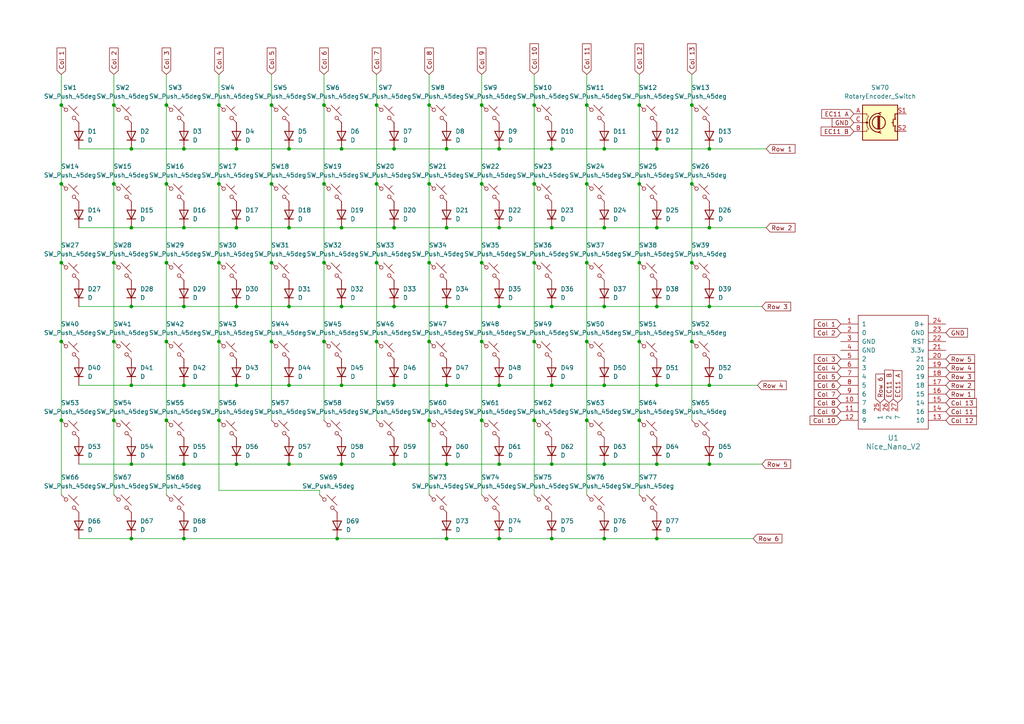
<source format=kicad_sch>
(kicad_sch (version 20231120) (generator "eeschema") (generator_version "8.0")
  (paper "A4")
  (junction (at 200.66 99.06))
  (junction (at 139.7 99.06))
  (junction (at 114.3 66.04))
  (junction (at 93.98 76.2))
  (junction (at 185.42 76.2))
  (junction (at 124.46 53.34))
  (junction (at 17.78 121.92))
  (junction (at 129.54 156.21))
  (junction (at 53.34 156.21))
  (junction (at 139.7 76.2))
  (junction (at 48.26 121.92))
  (junction (at 99.06 66.04))
  (junction (at 175.26 111.76))
  (junction (at 190.5 156.21))
  (junction (at 154.94 30.48))
  (junction (at 170.18 76.2))
  (junction (at 78.74 76.2))
  (junction (at 170.18 53.34))
  (junction (at 144.78 156.21))
  (junction (at 154.94 76.2))
  (junction (at 170.18 121.92))
  (junction (at 99.06 88.9))
  (junction (at 83.82 43.18))
  (junction (at 185.42 121.92))
  (junction (at 53.34 88.9))
  (junction (at 63.5 53.34))
  (junction (at 205.74 88.9))
  (junction (at 17.78 30.48))
  (junction (at 109.22 99.06))
  (junction (at 190.5 88.9))
  (junction (at 33.02 76.2))
  (junction (at 144.78 134.62))
  (junction (at 63.5 99.06))
  (junction (at 114.3 43.18))
  (junction (at 129.54 134.62))
  (junction (at 190.5 43.18))
  (junction (at 33.02 99.06))
  (junction (at 63.5 76.2))
  (junction (at 185.42 30.48))
  (junction (at 175.26 156.21))
  (junction (at 175.26 134.62))
  (junction (at 160.02 111.76))
  (junction (at 160.02 88.9))
  (junction (at 114.3 88.9))
  (junction (at 68.58 43.18))
  (junction (at 33.02 30.48))
  (junction (at 68.58 134.62))
  (junction (at 68.58 66.04))
  (junction (at 200.66 76.2))
  (junction (at 38.1 156.21))
  (junction (at 144.78 66.04))
  (junction (at 170.18 30.48))
  (junction (at 139.7 30.48))
  (junction (at 109.22 30.48))
  (junction (at 124.46 30.48))
  (junction (at 114.3 134.62))
  (junction (at 17.78 53.34))
  (junction (at 124.46 76.2))
  (junction (at 68.58 111.76))
  (junction (at 53.34 111.76))
  (junction (at 160.02 156.21))
  (junction (at 205.74 43.18))
  (junction (at 53.34 66.04))
  (junction (at 160.02 134.62))
  (junction (at 38.1 88.9))
  (junction (at 93.98 53.34))
  (junction (at 99.06 43.18))
  (junction (at 175.26 43.18))
  (junction (at 175.26 66.04))
  (junction (at 190.5 111.76))
  (junction (at 33.02 53.34))
  (junction (at 200.66 30.48))
  (junction (at 129.54 66.04))
  (junction (at 139.7 53.34))
  (junction (at 48.26 76.2))
  (junction (at 93.98 30.48))
  (junction (at 114.3 111.76))
  (junction (at 83.82 66.04))
  (junction (at 99.06 134.62))
  (junction (at 190.5 134.62))
  (junction (at 68.58 88.9))
  (junction (at 190.5 66.04))
  (junction (at 129.54 111.76))
  (junction (at 38.1 134.62))
  (junction (at 205.74 66.04))
  (junction (at 33.02 121.92))
  (junction (at 124.46 99.06))
  (junction (at 63.5 121.92))
  (junction (at 93.98 99.06))
  (junction (at 109.22 53.34))
  (junction (at 17.78 99.06))
  (junction (at 38.1 66.04))
  (junction (at 53.34 43.18))
  (junction (at 83.82 134.62))
  (junction (at 129.54 43.18))
  (junction (at 53.34 134.62))
  (junction (at 78.74 30.48))
  (junction (at 154.94 99.06))
  (junction (at 160.02 43.18))
  (junction (at 144.78 88.9))
  (junction (at 170.18 99.06))
  (junction (at 154.94 121.92))
  (junction (at 139.7 121.92))
  (junction (at 185.42 99.06))
  (junction (at 144.78 43.18))
  (junction (at 83.82 111.76))
  (junction (at 144.78 111.76))
  (junction (at 17.78 76.2))
  (junction (at 78.74 53.34))
  (junction (at 160.02 66.04))
  (junction (at 48.26 30.48))
  (junction (at 205.74 111.76))
  (junction (at 99.06 111.76))
  (junction (at 48.26 53.34))
  (junction (at 48.26 99.06))
  (junction (at 185.42 53.34))
  (junction (at 175.26 88.9))
  (junction (at 63.5 30.48))
  (junction (at 97.79 156.21))
  (junction (at 124.46 121.92))
  (junction (at 200.66 53.34))
  (junction (at 78.74 99.06))
  (junction (at 83.82 88.9))
  (junction (at 38.1 43.18))
  (junction (at 129.54 88.9))
  (junction (at 205.74 134.62))
  (junction (at 109.22 76.2))
  (junction (at 38.1 111.76))
  (junction (at 154.94 53.34))
  (wire (pts (xy 68.58 134.62) (xy 83.82 134.62)))
  (wire (pts (xy 109.22 99.06) (xy 109.22 121.92)))
  (wire (pts (xy 53.34 111.76) (xy 68.58 111.76)))
  (wire (pts (xy 63.5 99.06) (xy 63.5 121.92)))
  (wire (pts (xy 38.1 88.9) (xy 53.34 88.9)))
  (wire (pts (xy 160.02 88.9) (xy 175.26 88.9)))
  (wire (pts (xy 190.5 111.76) (xy 205.74 111.76)))
  (wire (pts (xy 175.26 111.76) (xy 190.5 111.76)))
  (wire (pts (xy 99.06 88.9) (xy 114.3 88.9)))
  (wire (pts (xy 48.26 99.06) (xy 48.26 121.92)))
  (wire (pts (xy 175.26 134.62) (xy 190.5 134.62)))
  (wire (pts (xy 129.54 66.04) (xy 144.78 66.04)))
  (wire (pts (xy 53.34 134.62) (xy 68.58 134.62)))
  (wire (pts (xy 205.74 134.62) (xy 220.98 134.62)))
  (wire (pts (xy 185.42 30.48) (xy 185.42 53.34)))
  (wire (pts (xy 99.06 43.18) (xy 114.3 43.18)))
  (wire (pts (xy 114.3 111.76) (xy 129.54 111.76)))
  (wire (pts (xy 185.42 21.59) (xy 185.42 30.48)))
  (wire (pts (xy 38.1 111.76) (xy 53.34 111.76)))
  (wire (pts (xy 33.02 30.48) (xy 33.02 53.34)))
  (wire (pts (xy 38.1 43.18) (xy 53.34 43.18)))
  (wire (pts (xy 124.46 53.34) (xy 124.46 76.2)))
  (wire (pts (xy 129.54 88.9) (xy 144.78 88.9)))
  (wire (pts (xy 154.94 76.2) (xy 154.94 99.06)))
  (wire (pts (xy 139.7 121.92) (xy 139.7 143.51)))
  (wire (pts (xy 68.58 43.18) (xy 83.82 43.18)))
  (wire (pts (xy 53.34 43.18) (xy 68.58 43.18)))
  (wire (pts (xy 17.78 53.34) (xy 17.78 76.2)))
  (wire (pts (xy 38.1 156.21) (xy 53.34 156.21)))
  (wire (pts (xy 144.78 66.04) (xy 160.02 66.04)))
  (wire (pts (xy 170.18 99.06) (xy 170.18 121.92)))
  (wire (pts (xy 33.02 21.59) (xy 33.02 30.48)))
  (wire (pts (xy 53.34 88.9) (xy 68.58 88.9)))
  (wire (pts (xy 160.02 66.04) (xy 175.26 66.04)))
  (wire (pts (xy 124.46 76.2) (xy 124.46 99.06)))
  (wire (pts (xy 53.34 66.04) (xy 68.58 66.04)))
  (wire (pts (xy 48.26 21.59) (xy 48.26 30.48)))
  (wire (pts (xy 175.26 66.04) (xy 190.5 66.04)))
  (wire (pts (xy 175.26 156.21) (xy 190.5 156.21)))
  (wire (pts (xy 99.06 111.76) (xy 114.3 111.76)))
  (wire (pts (xy 17.78 30.48) (xy 17.78 53.34)))
  (wire (pts (xy 93.98 99.06) (xy 93.98 121.92)))
  (wire (pts (xy 93.98 30.48) (xy 93.98 53.34)))
  (wire (pts (xy 78.74 99.06) (xy 78.74 121.92)))
  (wire (pts (xy 200.66 99.06) (xy 200.66 121.92)))
  (wire (pts (xy 160.02 156.21) (xy 175.26 156.21)))
  (wire (pts (xy 129.54 156.21) (xy 144.78 156.21)))
  (wire (pts (xy 185.42 53.34) (xy 185.42 76.2)))
  (wire (pts (xy 190.5 156.21) (xy 218.44 156.21)))
  (wire (pts (xy 139.7 53.34) (xy 139.7 76.2)))
  (wire (pts (xy 154.94 121.92) (xy 154.94 143.51)))
  (wire (pts (xy 109.22 53.34) (xy 109.22 76.2)))
  (wire (pts (xy 144.78 43.18) (xy 160.02 43.18)))
  (wire (pts (xy 190.5 88.9) (xy 205.74 88.9)))
  (wire (pts (xy 22.86 134.62) (xy 38.1 134.62)))
  (wire (pts (xy 92.71 142.24) (xy 92.71 143.51)))
  (wire (pts (xy 48.26 53.34) (xy 48.26 76.2)))
  (wire (pts (xy 170.18 76.2) (xy 170.18 99.06)))
  (wire (pts (xy 17.78 99.06) (xy 17.78 121.92)))
  (wire (pts (xy 200.66 21.59) (xy 200.66 30.48)))
  (wire (pts (xy 78.74 76.2) (xy 78.74 99.06)))
  (wire (pts (xy 200.66 30.48) (xy 200.66 53.34)))
  (wire (pts (xy 22.86 66.04) (xy 38.1 66.04)))
  (wire (pts (xy 63.5 142.24) (xy 63.5 121.92)))
  (wire (pts (xy 124.46 21.59) (xy 124.46 30.48)))
  (wire (pts (xy 139.7 21.59) (xy 139.7 30.48)))
  (wire (pts (xy 83.82 134.62) (xy 99.06 134.62)))
  (wire (pts (xy 99.06 134.62) (xy 114.3 134.62)))
  (wire (pts (xy 160.02 43.18) (xy 175.26 43.18)))
  (wire (pts (xy 160.02 111.76) (xy 175.26 111.76)))
  (wire (pts (xy 63.5 76.2) (xy 63.5 99.06)))
  (wire (pts (xy 92.71 142.24) (xy 63.5 142.24)))
  (wire (pts (xy 205.74 66.04) (xy 222.25 66.04)))
  (wire (pts (xy 175.26 88.9) (xy 190.5 88.9)))
  (wire (pts (xy 144.78 156.21) (xy 160.02 156.21)))
  (wire (pts (xy 185.42 76.2) (xy 185.42 99.06)))
  (wire (pts (xy 190.5 43.18) (xy 205.74 43.18)))
  (wire (pts (xy 200.66 53.34) (xy 200.66 76.2)))
  (wire (pts (xy 68.58 88.9) (xy 83.82 88.9)))
  (wire (pts (xy 78.74 21.59) (xy 78.74 30.48)))
  (wire (pts (xy 48.26 30.48) (xy 48.26 53.34)))
  (wire (pts (xy 63.5 53.34) (xy 63.5 76.2)))
  (wire (pts (xy 160.02 134.62) (xy 175.26 134.62)))
  (wire (pts (xy 22.86 111.76) (xy 38.1 111.76)))
  (wire (pts (xy 114.3 88.9) (xy 129.54 88.9)))
  (wire (pts (xy 93.98 21.59) (xy 93.98 30.48)))
  (wire (pts (xy 83.82 66.04) (xy 99.06 66.04)))
  (wire (pts (xy 170.18 121.92) (xy 170.18 143.51)))
  (wire (pts (xy 22.86 88.9) (xy 38.1 88.9)))
  (wire (pts (xy 205.74 43.18) (xy 222.25 43.18)))
  (wire (pts (xy 83.82 43.18) (xy 99.06 43.18)))
  (wire (pts (xy 109.22 76.2) (xy 109.22 99.06)))
  (wire (pts (xy 129.54 134.62) (xy 144.78 134.62)))
  (wire (pts (xy 17.78 21.59) (xy 17.78 30.48)))
  (wire (pts (xy 170.18 53.34) (xy 170.18 76.2)))
  (wire (pts (xy 48.26 121.92) (xy 48.26 143.51)))
  (wire (pts (xy 33.02 76.2) (xy 33.02 99.06)))
  (wire (pts (xy 114.3 43.18) (xy 129.54 43.18)))
  (wire (pts (xy 154.94 21.59) (xy 154.94 30.48)))
  (wire (pts (xy 17.78 76.2) (xy 17.78 99.06)))
  (wire (pts (xy 68.58 111.76) (xy 83.82 111.76)))
  (wire (pts (xy 93.98 76.2) (xy 93.98 99.06)))
  (wire (pts (xy 109.22 21.59) (xy 109.22 30.48)))
  (wire (pts (xy 200.66 76.2) (xy 200.66 99.06)))
  (wire (pts (xy 114.3 66.04) (xy 129.54 66.04)))
  (wire (pts (xy 144.78 134.62) (xy 160.02 134.62)))
  (wire (pts (xy 124.46 99.06) (xy 124.46 121.92)))
  (wire (pts (xy 144.78 88.9) (xy 160.02 88.9)))
  (wire (pts (xy 93.98 53.34) (xy 93.98 76.2)))
  (wire (pts (xy 129.54 111.76) (xy 144.78 111.76)))
  (wire (pts (xy 38.1 134.62) (xy 53.34 134.62)))
  (wire (pts (xy 205.74 111.76) (xy 219.71 111.76)))
  (wire (pts (xy 124.46 30.48) (xy 124.46 53.34)))
  (wire (pts (xy 154.94 99.06) (xy 154.94 121.92)))
  (wire (pts (xy 190.5 66.04) (xy 205.74 66.04)))
  (wire (pts (xy 114.3 134.62) (xy 129.54 134.62)))
  (wire (pts (xy 97.79 156.21) (xy 129.54 156.21)))
  (wire (pts (xy 22.86 43.18) (xy 38.1 43.18)))
  (wire (pts (xy 170.18 21.59) (xy 170.18 30.48)))
  (wire (pts (xy 185.42 121.92) (xy 185.42 143.51)))
  (wire (pts (xy 53.34 156.21) (xy 97.79 156.21)))
  (wire (pts (xy 175.26 43.18) (xy 190.5 43.18)))
  (wire (pts (xy 205.74 88.9) (xy 220.98 88.9)))
  (wire (pts (xy 17.78 121.92) (xy 17.78 143.51)))
  (wire (pts (xy 63.5 21.59) (xy 63.5 30.48)))
  (wire (pts (xy 139.7 99.06) (xy 139.7 121.92)))
  (wire (pts (xy 48.26 76.2) (xy 48.26 99.06)))
  (wire (pts (xy 83.82 88.9) (xy 99.06 88.9)))
  (wire (pts (xy 63.5 30.48) (xy 63.5 53.34)))
  (wire (pts (xy 129.54 43.18) (xy 144.78 43.18)))
  (wire (pts (xy 38.1 66.04) (xy 53.34 66.04)))
  (wire (pts (xy 139.7 30.48) (xy 139.7 53.34)))
  (wire (pts (xy 144.78 111.76) (xy 160.02 111.76)))
  (wire (pts (xy 33.02 99.06) (xy 33.02 121.92)))
  (wire (pts (xy 170.18 30.48) (xy 170.18 53.34)))
  (wire (pts (xy 190.5 134.62) (xy 205.74 134.62)))
  (wire (pts (xy 68.58 66.04) (xy 83.82 66.04)))
  (wire (pts (xy 78.74 30.48) (xy 78.74 53.34)))
  (wire (pts (xy 99.06 66.04) (xy 114.3 66.04)))
  (wire (pts (xy 22.86 156.21) (xy 38.1 156.21)))
  (wire (pts (xy 139.7 76.2) (xy 139.7 99.06)))
  (wire (pts (xy 185.42 99.06) (xy 185.42 121.92)))
  (wire (pts (xy 33.02 53.34) (xy 33.02 76.2)))
  (wire (pts (xy 78.74 53.34) (xy 78.74 76.2)))
  (wire (pts (xy 154.94 30.48) (xy 154.94 53.34)))
  (wire (pts (xy 154.94 53.34) (xy 154.94 76.2)))
  (wire (pts (xy 83.82 111.76) (xy 99.06 111.76)))
  (wire (pts (xy 109.22 30.48) (xy 109.22 53.34)))
  (wire (pts (xy 33.02 121.92) (xy 33.02 143.51)))
  (wire (pts (xy 124.46 121.92) (xy 124.46 143.51)))
  (global_label "Col 2" (shape input) (at 33.02 21.59 90) (property "Intersheetrefs" "${INTERSHEET_REFS}" (effects (hide yes))))
  (global_label "Col 6" (shape input) (at 243.84 111.76 180) (property "Intersheetrefs" "${INTERSHEET_REFS}" (effects (hide yes))))
  (global_label "Col 4" (shape input) (at 243.84 106.68 180) (property "Intersheetrefs" "${INTERSHEET_REFS}" (effects (hide yes))))
  (global_label "Col 1" (shape input) (at 243.84 93.98 180) (property "Intersheetrefs" "${INTERSHEET_REFS}" (effects (hide yes))))
  (global_label "Row 5" (shape input) (at 220.98 134.62 0) (property "Intersheetrefs" "${INTERSHEET_REFS}" (effects (hide yes))))
  (global_label "Row 2" (shape input) (at 222.25 66.04 0) (property "Intersheetrefs" "${INTERSHEET_REFS}" (effects (hide yes))))
  (global_label "GND" (shape input) (at 247.65 35.56 180) (property "Intersheetrefs" "${INTERSHEET_REFS}" (effects (hide yes))))
  (global_label "Row 4" (shape input) (at 274.32 106.68 0) (property "Intersheetrefs" "${INTERSHEET_REFS}" (effects (hide yes))))
  (global_label "Col 6" (shape input) (at 93.98 21.59 90) (property "Intersheetrefs" "${INTERSHEET_REFS}" (effects (hide yes))))
  (global_label "Col 1" (shape input) (at 17.78 21.59 90) (property "Intersheetrefs" "${INTERSHEET_REFS}" (effects (hide yes))))
  (global_label "EC11 B" (shape input) (at 257.81 116.84 90) (property "Intersheetrefs" "${INTERSHEET_REFS}" (effects (hide yes))))
  (global_label "Col 11" (shape input) (at 170.18 21.59 90) (property "Intersheetrefs" "${INTERSHEET_REFS}" (effects (hide yes))))
  (global_label "Col 8" (shape input) (at 124.46 21.59 90) (property "Intersheetrefs" "${INTERSHEET_REFS}" (effects (hide yes))))
  (global_label "Row 6" (shape input) (at 218.44 156.21 0) (property "Intersheetrefs" "${INTERSHEET_REFS}" (effects (hide yes))))
  (global_label "Col 5" (shape input) (at 243.84 109.22 180) (property "Intersheetrefs" "${INTERSHEET_REFS}" (effects (hide yes))))
  (global_label "GND" (shape input) (at 274.32 96.52 0) (property "Intersheetrefs" "${INTERSHEET_REFS}" (effects (hide yes))))
  (global_label "Col 7" (shape input) (at 109.22 21.59 90) (property "Intersheetrefs" "${INTERSHEET_REFS}" (effects (hide yes))))
  (global_label "Row 6" (shape input) (at 255.27 116.84 90) (property "Intersheetrefs" "${INTERSHEET_REFS}" (effects (hide yes))))
  (global_label "Col 11" (shape input) (at 274.32 119.38 0) (property "Intersheetrefs" "${INTERSHEET_REFS}" (effects (hide yes))))
  (global_label "Col 10" (shape input) (at 243.84 121.92 180) (property "Intersheetrefs" "${INTERSHEET_REFS}" (effects (hide yes))))
  (global_label "Row 3" (shape input) (at 220.98 88.9 0) (property "Intersheetrefs" "${INTERSHEET_REFS}" (effects (hide yes))))
  (global_label "Row 3" (shape input) (at 274.32 109.22 0) (property "Intersheetrefs" "${INTERSHEET_REFS}" (effects (hide yes))))
  (global_label "Col 9" (shape input) (at 243.84 119.38 180) (property "Intersheetrefs" "${INTERSHEET_REFS}" (effects (hide yes))))
  (global_label "Col 8" (shape input) (at 243.84 116.84 180) (property "Intersheetrefs" "${INTERSHEET_REFS}" (effects (hide yes))))
  (global_label "Row 1" (shape input) (at 274.32 114.3 0) (property "Intersheetrefs" "${INTERSHEET_REFS}" (effects (hide yes))))
  (global_label "Col 3" (shape input) (at 243.84 104.14 180) (property "Intersheetrefs" "${INTERSHEET_REFS}" (effects (hide yes))))
  (global_label "Col 4" (shape input) (at 63.5 21.59 90) (property "Intersheetrefs" "${INTERSHEET_REFS}" (effects (hide yes))))
  (global_label "Col 10" (shape input) (at 154.94 21.59 90) (property "Intersheetrefs" "${INTERSHEET_REFS}" (effects (hide yes))))
  (global_label "Row 2" (shape input) (at 274.32 111.76 0) (property "Intersheetrefs" "${INTERSHEET_REFS}" (effects (hide yes))))
  (global_label "Row 1" (shape input) (at 222.25 43.18 0) (property "Intersheetrefs" "${INTERSHEET_REFS}" (effects (hide yes))))
  (global_label "EC11 A" (shape input) (at 247.65 33.02 180) (property "Intersheetrefs" "${INTERSHEET_REFS}" (effects (hide yes))))
  (global_label "Col 12" (shape input) (at 185.42 21.59 90) (property "Intersheetrefs" "${INTERSHEET_REFS}" (effects (hide yes))))
  (global_label "Col 3" (shape input) (at 48.26 21.59 90) (property "Intersheetrefs" "${INTERSHEET_REFS}" (effects (hide yes))))
  (global_label "EC11 A" (shape input) (at 260.35 116.84 90) (property "Intersheetrefs" "${INTERSHEET_REFS}" (effects (hide yes))))
  (global_label "Col 12" (shape input) (at 274.32 121.92 0) (property "Intersheetrefs" "${INTERSHEET_REFS}" (effects (hide yes))))
  (global_label "Col 9" (shape input) (at 139.7 21.59 90) (property "Intersheetrefs" "${INTERSHEET_REFS}" (effects (hide yes))))
  (global_label "Col 2" (shape input) (at 243.84 96.52 180) (property "Intersheetrefs" "${INTERSHEET_REFS}" (effects (hide yes))))
  (global_label "EC11 B" (shape input) (at 247.65 38.1 180) (property "Intersheetrefs" "${INTERSHEET_REFS}" (effects (hide yes))))
  (global_label "Row 5" (shape input) (at 274.32 104.14 0) (property "Intersheetrefs" "${INTERSHEET_REFS}" (effects (hide yes))))
  (global_label "Col 5" (shape input) (at 78.74 21.59 90) (property "Intersheetrefs" "${INTERSHEET_REFS}" (effects (hide yes))))
  (global_label "Col 13" (shape input) (at 274.32 116.84 0) (property "Intersheetrefs" "${INTERSHEET_REFS}" (effects (hide yes))))
  (global_label "Row 4" (shape input) (at 219.71 111.76 0) (property "Intersheetrefs" "${INTERSHEET_REFS}" (effects (hide yes))))
  (global_label "Col 7" (shape input) (at 243.84 114.3 180) (property "Intersheetrefs" "${INTERSHEET_REFS}" (effects (hide yes))))
  (global_label "Col 13" (shape input) (at 200.66 21.59 90) (property "Intersheetrefs" "${INTERSHEET_REFS}" (effects (hide yes))))
  (symbol (lib_id "Device:D") (at 38.1 107.95 90) (unit 1)
    (property "Reference" "D41" (at 40.64 106.6799 90) (effects (justify right)))
    (property "Value" "D" (at 40.64 109.2199 90) (effects (justify right)))
    (property "Footprint" "Diode_SMD:D_SOD-123" (effects (hide yes)))
    (property "Description" "Diode" (effects (hide yes)))
    (property "Sim.Device" "D" (effects (hide yes)))
    (property "Sim.Pins" "1=K 2=A" (effects (hide yes)))
  )
  (symbol (lib_id "Switch:SW_Push_45deg") (at 50.8 33.02 0) (unit 1)
    (property "Reference" "SW3" (at 50.8 25.4 0))
    (property "Value" "SW_Push_45deg" (at 50.8 27.94 0))
    (property "Footprint" "ScottoKeebs_MX:MX_PCB_1.00u" (effects (hide yes)))
    (property "Description" "Push button switch, normally open, two pins, 45° tilted" (effects (hide yes)))
  )
  (symbol (lib_id "Switch:SW_Push_45deg") (at 187.96 124.46 0) (unit 1)
    (property "Reference" "SW64" (at 187.96 116.84 0))
    (property "Value" "SW_Push_45deg" (at 187.96 119.38 0))
    (property "Footprint" "ScottoKeebs_MX:MX_PCB_2.25u" (effects (hide yes)))
    (property "Description" "Push button switch, normally open, two pins, 45° tilted" (effects (hide yes)))
  )
  (symbol (lib_id "Device:D") (at 114.3 107.95 90) (unit 1)
    (property "Reference" "D46" (at 116.84 106.6799 90) (effects (justify right)))
    (property "Value" "D" (at 116.84 109.2199 90) (effects (justify right)))
    (property "Footprint" "Diode_SMD:D_SOD-123" (effects (hide yes)))
    (property "Description" "Diode" (effects (hide yes)))
    (property "Sim.Device" "D" (effects (hide yes)))
    (property "Sim.Pins" "1=K 2=A" (effects (hide yes)))
  )
  (symbol (lib_id "Device:D") (at 175.26 130.81 90) (unit 1)
    (property "Reference" "D63" (at 177.8 129.5399 90) (effects (justify right)))
    (property "Value" "D" (at 177.8 132.0799 90) (effects (justify right)))
    (property "Footprint" "Diode_SMD:D_SOD-123" (effects (hide yes)))
    (property "Description" "Diode" (effects (hide yes)))
    (property "Sim.Device" "D" (effects (hide yes)))
    (property "Sim.Pins" "1=K 2=A" (effects (hide yes)))
  )
  (symbol (lib_id "Switch:SW_Push_45deg") (at 142.24 146.05 0) (unit 1)
    (property "Reference" "SW74" (at 142.24 138.43 0))
    (property "Value" "SW_Push_45deg" (at 142.24 140.97 0))
    (property "Footprint" "ScottoKeebs_MX:MX_PCB_1.25u" (effects (hide yes)))
    (property "Description" "Push button switch, normally open, two pins, 45° tilted" (effects (hide yes)))
  )
  (symbol (lib_id "Switch:SW_Push_45deg") (at 127 124.46 0) (unit 1)
    (property "Reference" "SW60" (at 127 116.84 0))
    (property "Value" "SW_Push_45deg" (at 127 119.38 0))
    (property "Footprint" "ScottoKeebs_MX:MX_PCB_1.00u" (effects (hide yes)))
    (property "Description" "Push button switch, normally open, two pins, 45° tilted" (effects (hide yes)))
  )
  (symbol (lib_id "Device:D") (at 53.34 107.95 90) (unit 1)
    (property "Reference" "D42" (at 55.88 106.6799 90) (effects (justify right)))
    (property "Value" "D" (at 55.88 109.2199 90) (effects (justify right)))
    (property "Footprint" "Diode_SMD:D_SOD-123" (effects (hide yes)))
    (property "Description" "Diode" (effects (hide yes)))
    (property "Sim.Device" "D" (effects (hide yes)))
    (property "Sim.Pins" "1=K 2=A" (effects (hide yes)))
  )
  (symbol (lib_id "Device:D") (at 38.1 39.37 90) (unit 1)
    (property "Reference" "D2" (at 40.64 38.0999 90) (effects (justify right)))
    (property "Value" "D" (at 40.64 40.6399 90) (effects (justify right)))
    (property "Footprint" "Diode_SMD:D_SOD-123" (effects (hide yes)))
    (property "Description" "Diode" (effects (hide yes)))
    (property "Sim.Device" "D" (effects (hide yes)))
    (property "Sim.Pins" "1=K 2=A" (effects (hide yes)))
  )
  (symbol (lib_id "Switch:SW_Push_45deg") (at 81.28 33.02 0) (unit 1)
    (property "Reference" "SW5" (at 81.28 25.4 0))
    (property "Value" "SW_Push_45deg" (at 81.28 27.94 0))
    (property "Footprint" "ScottoKeebs_MX:MX_PCB_1.00u" (effects (hide yes)))
    (property "Description" "Push button switch, normally open, two pins, 45° tilted" (effects (hide yes)))
  )
  (symbol (lib_id "Switch:SW_Push_45deg") (at 127 55.88 0) (unit 1)
    (property "Reference" "SW21" (at 127 48.26 0))
    (property "Value" "SW_Push_45deg" (at 127 50.8 0))
    (property "Footprint" "ScottoKeebs_MX:MX_PCB_1.00u" (effects (hide yes)))
    (property "Description" "Push button switch, normally open, two pins, 45° tilted" (effects (hide yes)))
  )
  (symbol (lib_id "Switch:SW_Push_45deg") (at 187.96 101.6 0) (unit 1)
    (property "Reference" "SW51" (at 187.96 93.98 0))
    (property "Value" "SW_Push_45deg" (at 187.96 96.52 0))
    (property "Footprint" "ScottoKeebs_MX:MX_PCB_1.00u" (effects (hide yes)))
    (property "Description" "Push button switch, normally open, two pins, 45° tilted" (effects (hide yes)))
  )
  (symbol (lib_id "Switch:SW_Push_45deg") (at 157.48 55.88 0) (unit 1)
    (property "Reference" "SW23" (at 157.48 48.26 0))
    (property "Value" "SW_Push_45deg" (at 157.48 50.8 0))
    (property "Footprint" "ScottoKeebs_MX:MX_PCB_1.00u" (effects (hide yes)))
    (property "Description" "Push button switch, normally open, two pins, 45° tilted" (effects (hide yes)))
  )
  (symbol (lib_id "Device:D") (at 68.58 39.37 90) (unit 1)
    (property "Reference" "D4" (at 71.12 38.0999 90) (effects (justify right)))
    (property "Value" "D" (at 71.12 40.6399 90) (effects (justify right)))
    (property "Footprint" "Diode_SMD:D_SOD-123" (effects (hide yes)))
    (property "Description" "Diode" (effects (hide yes)))
    (property "Sim.Device" "D" (effects (hide yes)))
    (property "Sim.Pins" "1=K 2=A" (effects (hide yes)))
  )
  (symbol (lib_id "Switch:SW_Push_45deg") (at 142.24 101.6 0) (unit 1)
    (property "Reference" "SW48" (at 142.24 93.98 0))
    (property "Value" "SW_Push_45deg" (at 142.24 96.52 0))
    (property "Footprint" "ScottoKeebs_MX:MX_PCB_1.00u" (effects (hide yes)))
    (property "Description" "Push button switch, normally open, two pins, 45° tilted" (effects (hide yes)))
  )
  (symbol (lib_id "Device:D") (at 99.06 62.23 90) (unit 1)
    (property "Reference" "D19" (at 101.6 60.9599 90) (effects (justify right)))
    (property "Value" "D" (at 101.6 63.4999 90) (effects (justify right)))
    (property "Footprint" "Diode_SMD:D_SOD-123" (effects (hide yes)))
    (property "Description" "Diode" (effects (hide yes)))
    (property "Sim.Device" "D" (effects (hide yes)))
    (property "Sim.Pins" "1=K 2=A" (effects (hide yes)))
  )
  (symbol (lib_id "Switch:SW_Push_45deg") (at 172.72 124.46 0) (unit 1)
    (property "Reference" "SW63" (at 172.72 116.84 0))
    (property "Value" "SW_Push_45deg" (at 172.72 119.38 0))
    (property "Footprint" "ScottoKeebs_MX:MX_PCB_1.00u" (effects (hide yes)))
    (property "Description" "Push button switch, normally open, two pins, 45° tilted" (effects (hide yes)))
  )
  (symbol (lib_id "Device:D") (at 190.5 152.4 90) (unit 1)
    (property "Reference" "D77" (at 193.04 151.1299 90) (effects (justify right)))
    (property "Value" "D" (at 193.04 153.6699 90) (effects (justify right)))
    (property "Footprint" "Diode_SMD:D_SOD-123" (effects (hide yes)))
    (property "Description" "Diode" (effects (hide yes)))
    (property "Sim.Device" "D" (effects (hide yes)))
    (property "Sim.Pins" "1=K 2=A" (effects (hide yes)))
  )
  (symbol (lib_id "Switch:SW_Push_45deg") (at 50.8 101.6 0) (unit 1)
    (property "Reference" "SW42" (at 50.8 93.98 0))
    (property "Value" "SW_Push_45deg" (at 50.8 96.52 0))
    (property "Footprint" "ScottoKeebs_MX:MX_PCB_1.00u" (effects (hide yes)))
    (property "Description" "Push button switch, normally open, two pins, 45° tilted" (effects (hide yes)))
  )
  (symbol (lib_id "Device:D") (at 99.06 39.37 90) (unit 1)
    (property "Reference" "D6" (at 101.6 38.0999 90) (effects (justify right)))
    (property "Value" "D" (at 101.6 40.6399 90) (effects (justify right)))
    (property "Footprint" "Diode_SMD:D_SOD-123" (effects (hide yes)))
    (property "Description" "Diode" (effects (hide yes)))
    (property "Sim.Device" "D" (effects (hide yes)))
    (property "Sim.Pins" "1=K 2=A" (effects (hide yes)))
  )
  (symbol (lib_id "Switch:SW_Push_45deg") (at 127 33.02 0) (unit 1)
    (property "Reference" "SW8" (at 127 25.4 0))
    (property "Value" "SW_Push_45deg" (at 127 27.94 0))
    (property "Footprint" "ScottoKeebs_MX:MX_PCB_1.00u" (effects (hide yes)))
    (property "Description" "Push button switch, normally open, two pins, 45° tilted" (effects (hide yes)))
  )
  (symbol (lib_id "Device:D") (at 144.78 130.81 90) (unit 1)
    (property "Reference" "D61" (at 147.32 129.5399 90) (effects (justify right)))
    (property "Value" "D" (at 147.32 132.0799 90) (effects (justify right)))
    (property "Footprint" "Diode_SMD:D_SOD-123" (effects (hide yes)))
    (property "Description" "Diode" (effects (hide yes)))
    (property "Sim.Device" "D" (effects (hide yes)))
    (property "Sim.Pins" "1=K 2=A" (effects (hide yes)))
  )
  (symbol (lib_id "Device:D") (at 129.54 39.37 90) (unit 1)
    (property "Reference" "D8" (at 132.08 38.0999 90) (effects (justify right)))
    (property "Value" "D" (at 132.08 40.6399 90) (effects (justify right)))
    (property "Footprint" "Diode_SMD:D_SOD-123" (effects (hide yes)))
    (property "Description" "Diode" (effects (hide yes)))
    (property "Sim.Device" "D" (effects (hide yes)))
    (property "Sim.Pins" "1=K 2=A" (effects (hide yes)))
  )
  (symbol (lib_id "Device:D") (at 175.26 152.4 90) (unit 1)
    (property "Reference" "D76" (at 177.8 151.1299 90) (effects (justify right)))
    (property "Value" "D" (at 177.8 153.6699 90) (effects (justify right)))
    (property "Footprint" "Diode_SMD:D_SOD-123" (effects (hide yes)))
    (property "Description" "Diode" (effects (hide yes)))
    (property "Sim.Device" "D" (effects (hide yes)))
    (property "Sim.Pins" "1=K 2=A" (effects (hide yes)))
  )
  (symbol (lib_id "Device:D") (at 114.3 39.37 90) (unit 1)
    (property "Reference" "D7" (at 116.84 38.0999 90) (effects (justify right)))
    (property "Value" "D" (at 116.84 40.6399 90) (effects (justify right)))
    (property "Footprint" "Diode_SMD:D_SOD-123" (effects (hide yes)))
    (property "Description" "Diode" (effects (hide yes)))
    (property "Sim.Device" "D" (effects (hide yes)))
    (property "Sim.Pins" "1=K 2=A" (effects (hide yes)))
  )
  (symbol (lib_id "Switch:SW_Push_45deg") (at 35.56 124.46 0) (unit 1)
    (property "Reference" "SW54" (at 35.56 116.84 0))
    (property "Value" "SW_Push_45deg" (at 35.56 119.38 0))
    (property "Footprint" "ScottoKeebs_MX:MX_PCB_1.00u" (effects (hide yes)))
    (property "Description" "Push button switch, normally open, two pins, 45° tilted" (effects (hide yes)))
  )
  (symbol (lib_id "Device:D") (at 53.34 62.23 90) (unit 1)
    (property "Reference" "D16" (at 55.88 60.9599 90) (effects (justify right)))
    (property "Value" "D" (at 55.88 63.4999 90) (effects (justify right)))
    (property "Footprint" "Diode_SMD:D_SOD-123" (effects (hide yes)))
    (property "Description" "Diode" (effects (hide yes)))
    (property "Sim.Device" "D" (effects (hide yes)))
    (property "Sim.Pins" "1=K 2=A" (effects (hide yes)))
  )
  (symbol (lib_id "Switch:SW_Push_45deg") (at 111.76 101.6 0) (unit 1)
    (property "Reference" "SW46" (at 111.76 93.98 0))
    (property "Value" "SW_Push_45deg" (at 111.76 96.52 0))
    (property "Footprint" "ScottoKeebs_MX:MX_PCB_1.00u" (effects (hide yes)))
    (property "Description" "Push button switch, normally open, two pins, 45° tilted" (effects (hide yes)))
  )
  (symbol (lib_id "Switch:SW_Push_45deg") (at 127 78.74 0) (unit 1)
    (property "Reference" "SW34" (at 127 71.12 0))
    (property "Value" "SW_Push_45deg" (at 127 73.66 0))
    (property "Footprint" "ScottoKeebs_MX:MX_PCB_1.00u" (effects (hide yes)))
    (property "Description" "Push button switch, normally open, two pins, 45° tilted" (effects (hide yes)))
  )
  (symbol (lib_id "Device:D") (at 175.26 62.23 90) (unit 1)
    (property "Reference" "D24" (at 177.8 60.9599 90) (effects (justify right)))
    (property "Value" "D" (at 177.8 63.4999 90) (effects (justify right)))
    (property "Footprint" "Diode_SMD:D_SOD-123" (effects (hide yes)))
    (property "Description" "Diode" (effects (hide yes)))
    (property "Sim.Device" "D" (effects (hide yes)))
    (property "Sim.Pins" "1=K 2=A" (effects (hide yes)))
  )
  (symbol (lib_id "Switch:SW_Push_45deg") (at 157.48 101.6 0) (unit 1)
    (property "Reference" "SW49" (at 157.48 93.98 0))
    (property "Value" "SW_Push_45deg" (at 157.48 96.52 0))
    (property "Footprint" "ScottoKeebs_MX:MX_PCB_1.00u" (effects (hide yes)))
    (property "Description" "Push button switch, normally open, two pins, 45° tilted" (effects (hide yes)))
  )
  (symbol (lib_id "Switch:SW_Push_45deg") (at 20.32 146.05 0) (unit 1)
    (property "Reference" "SW66" (at 20.32 138.43 0))
    (property "Value" "SW_Push_45deg" (at 20.32 140.97 0))
    (property "Footprint" "ScottoKeebs_MX:MX_PCB_1.25u" (effects (hide yes)))
    (property "Description" "Push button switch, normally open, two pins, 45° tilted" (effects (hide yes)))
  )
  (symbol (lib_id "Device:D") (at 144.78 107.95 90) (unit 1)
    (property "Reference" "D48" (at 147.32 106.6799 90) (effects (justify right)))
    (property "Value" "D" (at 147.32 109.2199 90) (effects (justify right)))
    (property "Footprint" "Diode_SMD:D_SOD-123" (effects (hide yes)))
    (property "Description" "Diode" (effects (hide yes)))
    (property "Sim.Device" "D" (effects (hide yes)))
    (property "Sim.Pins" "1=K 2=A" (effects (hide yes)))
  )
  (symbol (lib_id "Device:D") (at 53.34 152.4 90) (unit 1)
    (property "Reference" "D68" (at 55.88 151.1299 90) (effects (justify right)))
    (property "Value" "D" (at 55.88 153.6699 90) (effects (justify right)))
    (property "Footprint" "Diode_SMD:D_SOD-123" (effects (hide yes)))
    (property "Description" "Diode" (effects (hide yes)))
    (property "Sim.Device" "D" (effects (hide yes)))
    (property "Sim.Pins" "1=K 2=A" (effects (hide yes)))
  )
  (symbol (lib_id "Switch:SW_Push_45deg") (at 142.24 78.74 0) (unit 1)
    (property "Reference" "SW35" (at 142.24 71.12 0))
    (property "Value" "SW_Push_45deg" (at 142.24 73.66 0))
    (property "Footprint" "ScottoKeebs_MX:MX_PCB_1.00u" (effects (hide yes)))
    (property "Description" "Push button switch, normally open, two pins, 45° tilted" (effects (hide yes)))
  )
  (symbol (lib_id "Device:D") (at 175.26 107.95 90) (unit 1)
    (property "Reference" "D50" (at 177.8 106.6799 90) (effects (justify right)))
    (property "Value" "D" (at 177.8 109.2199 90) (effects (justify right)))
    (property "Footprint" "Diode_SMD:D_SOD-123" (effects (hide yes)))
    (property "Description" "Diode" (effects (hide yes)))
    (property "Sim.Device" "D" (effects (hide yes)))
    (property "Sim.Pins" "1=K 2=A" (effects (hide yes)))
  )
  (symbol (lib_id "Device:D") (at 205.74 85.09 90) (unit 1)
    (property "Reference" "D39" (at 208.28 83.8199 90) (effects (justify right)))
    (property "Value" "D" (at 208.28 86.3599 90) (effects (justify right)))
    (property "Footprint" "Diode_SMD:D_SOD-123" (effects (hide yes)))
    (property "Description" "Diode" (effects (hide yes)))
    (property "Sim.Device" "D" (effects (hide yes)))
    (property "Sim.Pins" "1=K 2=A" (effects (hide yes)))
  )
  (symbol (lib_id "Switch:SW_Push_45deg") (at 203.2 55.88 0) (unit 1)
    (property "Reference" "SW26" (at 203.2 48.26 0))
    (property "Value" "SW_Push_45deg" (at 203.2 50.8 0))
    (property "Footprint" "ScottoKeebs_MX:MX_PCB_1.00u" (effects (hide yes)))
    (property "Description" "Push button switch, normally open, two pins, 45° tilted" (effects (hide yes)))
  )
  (symbol (lib_id "Switch:SW_Push_45deg") (at 96.52 78.74 0) (unit 1)
    (property "Reference" "SW32" (at 96.52 71.12 0))
    (property "Value" "SW_Push_45deg" (at 96.52 73.66 0))
    (property "Footprint" "ScottoKeebs_MX:MX_PCB_1.00u" (effects (hide yes)))
    (property "Description" "Push button switch, normally open, two pins, 45° tilted" (effects (hide yes)))
  )
  (symbol (lib_id "Device:D") (at 114.3 130.81 90) (unit 1)
    (property "Reference" "D59" (at 116.84 129.5399 90) (effects (justify right)))
    (property "Value" "D" (at 116.84 132.0799 90) (effects (justify right)))
    (property "Footprint" "Diode_SMD:D_SOD-123" (effects (hide yes)))
    (property "Description" "Diode" (effects (hide yes)))
    (property "Sim.Device" "D" (effects (hide yes)))
    (property "Sim.Pins" "1=K 2=A" (effects (hide yes)))
  )
  (symbol (lib_id "Switch:SW_Push_45deg") (at 35.56 101.6 0) (unit 1)
    (property "Reference" "SW41" (at 35.56 93.98 0))
    (property "Value" "SW_Push_45deg" (at 35.56 96.52 0))
    (property "Footprint" "ScottoKeebs_MX:MX_PCB_1.00u" (effects (hide yes)))
    (property "Description" "Push button switch, normally open, two pins, 45° tilted" (effects (hide yes)))
  )
  (symbol (lib_id "Device:D") (at 83.82 107.95 90) (unit 1)
    (property "Reference" "D44" (at 86.36 106.6799 90) (effects (justify right)))
    (property "Value" "D" (at 86.36 109.2199 90) (effects (justify right)))
    (property "Footprint" "Diode_SMD:D_SOD-123" (effects (hide yes)))
    (property "Description" "Diode" (effects (hide yes)))
    (property "Sim.Device" "D" (effects (hide yes)))
    (property "Sim.Pins" "1=K 2=A" (effects (hide yes)))
  )
  (symbol (lib_id "Device:D") (at 83.82 85.09 90) (unit 1)
    (property "Reference" "D31" (at 86.36 83.8199 90) (effects (justify right)))
    (property "Value" "D" (at 86.36 86.3599 90) (effects (justify right)))
    (property "Footprint" "Diode_SMD:D_SOD-123" (effects (hide yes)))
    (property "Description" "Diode" (effects (hide yes)))
    (property "Sim.Device" "D" (effects (hide yes)))
    (property "Sim.Pins" "1=K 2=A" (effects (hide yes)))
  )
  (symbol (lib_id "Device:D") (at 68.58 107.95 90) (unit 1)
    (property "Reference" "D43" (at 71.12 106.6799 90) (effects (justify right)))
    (property "Value" "D" (at 71.12 109.2199 90) (effects (justify right)))
    (property "Footprint" "Diode_SMD:D_SOD-123" (effects (hide yes)))
    (property "Description" "Diode" (effects (hide yes)))
    (property "Sim.Device" "D" (effects (hide yes)))
    (property "Sim.Pins" "1=K 2=A" (effects (hide yes)))
  )
  (symbol (lib_id "Device:D") (at 53.34 39.37 90) (unit 1)
    (property "Reference" "D3" (at 55.88 38.0999 90) (effects (justify right)))
    (property "Value" "D" (at 55.88 40.6399 90) (effects (justify right)))
    (property "Footprint" "Diode_SMD:D_SOD-123" (effects (hide yes)))
    (property "Description" "Diode" (effects (hide yes)))
    (property "Sim.Device" "D" (effects (hide yes)))
    (property "Sim.Pins" "1=K 2=A" (effects (hide yes)))
  )
  (symbol (lib_id "Switch:SW_Push_45deg") (at 96.52 101.6 0) (unit 1)
    (property "Reference" "SW45" (at 96.52 93.98 0))
    (property "Value" "SW_Push_45deg" (at 96.52 96.52 0))
    (property "Footprint" "ScottoKeebs_MX:MX_PCB_1.00u" (effects (hide yes)))
    (property "Description" "Push button switch, normally open, two pins, 45° tilted" (effects (hide yes)))
  )
  (symbol (lib_id "Switch:SW_Push_45deg") (at 35.56 33.02 0) (unit 1)
    (property "Reference" "SW2" (at 35.56 25.4 0))
    (property "Value" "SW_Push_45deg" (at 35.56 27.94 0))
    (property "Footprint" "ScottoKeebs_MX:MX_PCB_1.00u" (effects (hide yes)))
    (property "Description" "Push button switch, normally open, two pins, 45° tilted" (effects (hide yes)))
  )
  (symbol (lib_id "Switch:SW_Push_45deg") (at 50.8 55.88 0) (unit 1)
    (property "Reference" "SW16" (at 50.8 48.26 0))
    (property "Value" "SW_Push_45deg" (at 50.8 50.8 0))
    (property "Footprint" "ScottoKeebs_MX:MX_PCB_1.00u" (effects (hide yes)))
    (property "Description" "Push button switch, normally open, two pins, 45° tilted" (effects (hide yes)))
  )
  (symbol (lib_id "Switch:SW_Push_45deg") (at 66.04 78.74 0) (unit 1)
    (property "Reference" "SW30" (at 66.04 71.12 0))
    (property "Value" "SW_Push_45deg" (at 66.04 73.66 0))
    (property "Footprint" "ScottoKeebs_MX:MX_PCB_1.00u" (effects (hide yes)))
    (property "Description" "Push button switch, normally open, two pins, 45° tilted" (effects (hide yes)))
  )
  (symbol (lib_id "Switch:SW_Push_45deg") (at 81.28 55.88 0) (unit 1)
    (property "Reference" "SW18" (at 81.28 48.26 0))
    (property "Value" "SW_Push_45deg" (at 81.28 50.8 0))
    (property "Footprint" "ScottoKeebs_MX:MX_PCB_1.00u" (effects (hide yes)))
    (property "Description" "Push button switch, normally open, two pins, 45° tilted" (effects (hide yes)))
  )
  (symbol (lib_id "Device:D") (at 22.86 130.81 90) (unit 1)
    (property "Reference" "D53" (at 25.4 129.5399 90) (effects (justify right)))
    (property "Value" "D" (at 25.4 132.0799 90) (effects (justify right)))
    (property "Footprint" "Diode_SMD:D_SOD-123" (effects (hide yes)))
    (property "Description" "Diode" (effects (hide yes)))
    (property "Sim.Device" "D" (effects (hide yes)))
    (property "Sim.Pins" "1=K 2=A" (effects (hide yes)))
  )
  (symbol (lib_id "Device:D") (at 114.3 85.09 90) (unit 1)
    (property "Reference" "D33" (at 116.84 83.8199 90) (effects (justify right)))
    (property "Value" "D" (at 116.84 86.3599 90) (effects (justify right)))
    (property "Footprint" "Diode_SMD:D_SOD-123" (effects (hide yes)))
    (property "Description" "Diode" (effects (hide yes)))
    (property "Sim.Device" "D" (effects (hide yes)))
    (property "Sim.Pins" "1=K 2=A" (effects (hide yes)))
  )
  (symbol (lib_id "Device:D") (at 205.74 107.95 90) (unit 1)
    (property "Reference" "D52" (at 208.28 106.6799 90) (effects (justify right)))
    (property "Value" "D" (at 208.28 109.2199 90) (effects (justify right)))
    (property "Footprint" "Diode_SMD:D_SOD-123" (effects (hide yes)))
    (property "Description" "Diode" (effects (hide yes)))
    (property "Sim.Device" "D" (effects (hide yes)))
    (property "Sim.Pins" "1=K 2=A" (effects (hide yes)))
  )
  (symbol (lib_id "Device:D") (at 144.78 62.23 90) (unit 1)
    (property "Reference" "D22" (at 147.32 60.9599 90) (effects (justify right)))
    (property "Value" "D" (at 147.32 63.4999 90) (effects (justify right)))
    (property "Footprint" "Diode_SMD:D_SOD-123" (effects (hide yes)))
    (property "Description" "Diode" (effects (hide yes)))
    (property "Sim.Device" "D" (effects (hide yes)))
    (property "Sim.Pins" "1=K 2=A" (effects (hide yes)))
  )
  (symbol (lib_id "Device:D") (at 129.54 152.4 90) (unit 1)
    (property "Reference" "D73" (at 132.08 151.1299 90) (effects (justify right)))
    (property "Value" "D" (at 132.08 153.6699 90) (effects (justify right)))
    (property "Footprint" "Diode_SMD:D_SOD-123" (effects (hide yes)))
    (property "Description" "Diode" (effects (hide yes)))
    (property "Sim.Device" "D" (effects (hide yes)))
    (property "Sim.Pins" "1=K 2=A" (effects (hide yes)))
  )
  (symbol (lib_id "Device:D") (at 160.02 130.81 90) (unit 1)
    (property "Reference" "D62" (at 162.56 129.5399 90) (effects (justify right)))
    (property "Value" "D" (at 162.56 132.0799 90) (effects (justify right)))
    (property "Footprint" "Diode_SMD:D_SOD-123" (effects (hide yes)))
    (property "Description" "Diode" (effects (hide yes)))
    (property "Sim.Device" "D" (effects (hide yes)))
    (property "Sim.Pins" "1=K 2=A" (effects (hide yes)))
  )
  (symbol (lib_id "Device:D") (at 99.06 107.95 90) (unit 1)
    (property "Reference" "D45" (at 101.6 106.6799 90) (effects (justify right)))
    (property "Value" "D" (at 101.6 109.2199 90) (effects (justify right)))
    (property "Footprint" "Diode_SMD:D_SOD-123" (effects (hide yes)))
    (property "Description" "Diode" (effects (hide yes)))
    (property "Sim.Device" "D" (effects (hide yes)))
    (property "Sim.Pins" "1=K 2=A" (effects (hide yes)))
  )
  (symbol (lib_id "Device:D") (at 190.5 85.09 90) (unit 1)
    (property "Reference" "D38" (at 193.04 83.8199 90) (effects (justify right)))
    (property "Value" "D" (at 193.04 86.3599 90) (effects (justify right)))
    (property "Footprint" "Diode_SMD:D_SOD-123" (effects (hide yes)))
    (property "Description" "Diode" (effects (hide yes)))
    (property "Sim.Device" "D" (effects (hide yes)))
    (property "Sim.Pins" "1=K 2=A" (effects (hide yes)))
  )
  (symbol (lib_id "Switch:SW_Push_45deg") (at 142.24 124.46 0) (unit 1)
    (property "Reference" "SW61" (at 142.24 116.84 0))
    (property "Value" "SW_Push_45deg" (at 142.24 119.38 0))
    (property "Footprint" "ScottoKeebs_MX:MX_PCB_1.00u" (effects (hide yes)))
    (property "Description" "Push button switch, normally open, two pins, 45° tilted" (effects (hide yes)))
  )
  (symbol (lib_id "Device:D") (at 22.86 152.4 90) (unit 1)
    (property "Reference" "D66" (at 25.4 151.1299 90) (effects (justify right)))
    (property "Value" "D" (at 25.4 153.6699 90) (effects (justify right)))
    (property "Footprint" "Diode_SMD:D_SOD-123" (effects (hide yes)))
    (property "Description" "Diode" (effects (hide yes)))
    (property "Sim.Device" "D" (effects (hide yes)))
    (property "Sim.Pins" "1=K 2=A" (effects (hide yes)))
  )
  (symbol (lib_id "Device:D") (at 83.82 39.37 90) (unit 1)
    (property "Reference" "D5" (at 86.36 38.0999 90) (effects (justify right)))
    (property "Value" "D" (at 86.36 40.6399 90) (effects (justify right)))
    (property "Footprint" "Diode_SMD:D_SOD-123" (effects (hide yes)))
    (property "Description" "Diode" (effects (hide yes)))
    (property "Sim.Device" "D" (effects (hide yes)))
    (property "Sim.Pins" "1=K 2=A" (effects (hide yes)))
  )
  (symbol (lib_id "Device:D") (at 160.02 85.09 90) (unit 1)
    (property "Reference" "D36" (at 162.56 83.8199 90) (effects (justify right)))
    (property "Value" "D" (at 162.56 86.3599 90) (effects (justify right)))
    (property "Footprint" "Diode_SMD:D_SOD-123" (effects (hide yes)))
    (property "Description" "Diode" (effects (hide yes)))
    (property "Sim.Device" "D" (effects (hide yes)))
    (property "Sim.Pins" "1=K 2=A" (effects (hide yes)))
  )
  (symbol (lib_id "Switch:SW_Push_45deg") (at 81.28 101.6 0) (unit 1)
    (property "Reference" "SW44" (at 81.28 93.98 0))
    (property "Value" "SW_Push_45deg" (at 81.28 96.52 0))
    (property "Footprint" "ScottoKeebs_MX:MX_PCB_1.00u" (effects (hide yes)))
    (property "Description" "Push button switch, normally open, two pins, 45° tilted" (effects (hide yes)))
  )
  (symbol (lib_id "Device:D") (at 53.34 85.09 90) (unit 1)
    (property "Reference" "D29" (at 55.88 83.8199 90) (effects (justify right)))
    (property "Value" "D" (at 55.88 86.3599 90) (effects (justify right)))
    (property "Footprint" "Diode_SMD:D_SOD-123" (effects (hide yes)))
    (property "Description" "Diode" (effects (hide yes)))
    (property "Sim.Device" "D" (effects (hide yes)))
    (property "Sim.Pins" "1=K 2=A" (effects (hide yes)))
  )
  (symbol (lib_id "Switch:SW_Push_45deg") (at 187.96 78.74 0) (unit 1)
    (property "Reference" "SW38" (at 187.96 71.12 0))
    (property "Value" "SW_Push_45deg" (at 187.96 73.66 0))
    (property "Footprint" "ScottoKeebs_MX:MX_PCB_1.00u" (effects (hide yes)))
    (property "Description" "Push button switch, normally open, two pins, 45° tilted" (effects (hide yes)))
  )
  (symbol (lib_id "Switch:SW_Push_45deg") (at 20.32 33.02 0) (unit 1)
    (property "Reference" "SW1" (at 20.32 25.4 0))
    (property "Value" "SW_Push_45deg" (at 20.32 27.94 0))
    (property "Footprint" "ScottoKeebs_MX:MX_PCB_1.00u" (effects (hide yes)))
    (property "Description" "Push button switch, normally open, two pins, 45° tilted" (effects (hide yes)))
  )
  (symbol (lib_id "Switch:SW_Push_45deg") (at 111.76 124.46 0) (unit 1)
    (property "Reference" "SW59" (at 111.76 116.84 0))
    (property "Value" "SW_Push_45deg" (at 111.76 119.38 0))
    (property "Footprint" "ScottoKeebs_MX:MX_PCB_1.00u" (effects (hide yes)))
    (property "Description" "Push button switch, normally open, two pins, 45° tilted" (effects (hide yes)))
  )
  (symbol (lib_id "Device:D") (at 83.82 130.81 90) (unit 1)
    (property "Reference" "D57" (at 86.36 129.5399 90) (effects (justify right)))
    (property "Value" "D" (at 86.36 132.0799 90) (effects (justify right)))
    (property "Footprint" "Diode_SMD:D_SOD-123" (effects (hide yes)))
    (property "Description" "Diode" (effects (hide yes)))
    (property "Sim.Device" "D" (effects (hide yes)))
    (property "Sim.Pins" "1=K 2=A" (effects (hide yes)))
  )
  (symbol (lib_id "Switch:SW_Push_45deg") (at 66.04 33.02 0) (unit 1)
    (property "Reference" "SW4" (at 66.04 25.4 0))
    (property "Value" "SW_Push_45deg" (at 66.04 27.94 0))
    (property "Footprint" "ScottoKeebs_MX:MX_PCB_1.00u" (effects (hide yes)))
    (property "Description" "Push button switch, normally open, two pins, 45° tilted" (effects (hide yes)))
  )
  (symbol (lib_id "Device:D") (at 114.3 62.23 90) (unit 1)
    (property "Reference" "D20" (at 116.84 60.9599 90) (effects (justify right)))
    (property "Value" "D" (at 116.84 63.4999 90) (effects (justify right)))
    (property "Footprint" "Diode_SMD:D_SOD-123" (effects (hide yes)))
    (property "Description" "Diode" (effects (hide yes)))
    (property "Sim.Device" "D" (effects (hide yes)))
    (property "Sim.Pins" "1=K 2=A" (effects (hide yes)))
  )
  (symbol (lib_id "ScottoKeebs:MCU_Nice_Nano_V2") (at 259.08 107.95 0) (unit 1)
    (property "Reference" "U1" (at 259.08 127 0) (effects (font (size 1.524 1.524))))
    (property "Value" "Nice_Nano_V2" (at 259.08 129.54 0) (effects (font (size 1.524 1.524))))
    (property "Footprint" "ScottoKeebs_MCU:Nice_Nano_V2" (effects (hide yes)))
  )
  (symbol (lib_id "Device:D") (at 53.34 130.81 90) (unit 1)
    (property "Reference" "D55" (at 55.88 129.5399 90) (effects (justify right)))
    (property "Value" "D" (at 55.88 132.0799 90) (effects (justify right)))
    (property "Footprint" "Diode_SMD:D_SOD-123" (effects (hide yes)))
    (property "Description" "Diode" (effects (hide yes)))
    (property "Sim.Device" "D" (effects (hide yes)))
    (property "Sim.Pins" "1=K 2=A" (effects (hide yes)))
  )
  (symbol (lib_id "Device:D") (at 160.02 62.23 90) (unit 1)
    (property "Reference" "D23" (at 162.56 60.9599 90) (effects (justify right)))
    (property "Value" "D" (at 162.56 63.4999 90) (effects (justify right)))
    (property "Footprint" "Diode_SMD:D_SOD-123" (effects (hide yes)))
    (property "Description" "Diode" (effects (hide yes)))
    (property "Sim.Device" "D" (effects (hide yes)))
    (property "Sim.Pins" "1=K 2=A" (effects (hide yes)))
  )
  (symbol (lib_id "Switch:SW_Push_45deg") (at 127 101.6 0) (unit 1)
    (property "Reference" "SW47" (at 127 93.98 0))
    (property "Value" "SW_Push_45deg" (at 127 96.52 0))
    (property "Footprint" "ScottoKeebs_MX:MX_PCB_1.00u" (effects (hide yes)))
    (property "Description" "Push button switch, normally open, two pins, 45° tilted" (effects (hide yes)))
  )
  (symbol (lib_id "Switch:SW_Push_45deg") (at 142.24 55.88 0) (unit 1)
    (property "Reference" "SW22" (at 142.24 48.26 0))
    (property "Value" "SW_Push_45deg" (at 142.24 50.8 0))
    (property "Footprint" "ScottoKeebs_MX:MX_PCB_1.00u" (effects (hide yes)))
    (property "Description" "Push button switch, normally open, two pins, 45° tilted" (effects (hide yes)))
  )
  (symbol (lib_id "Switch:SW_Push_45deg") (at 50.8 78.74 0) (unit 1)
    (property "Reference" "SW29" (at 50.8 71.12 0))
    (property "Value" "SW_Push_45deg" (at 50.8 73.66 0))
    (property "Footprint" "ScottoKeebs_MX:MX_PCB_1.00u" (effects (hide yes)))
    (property "Description" "Push button switch, normally open, two pins, 45° tilted" (effects (hide yes)))
  )
  (symbol (lib_id "Device:D") (at 144.78 39.37 90) (unit 1)
    (property "Reference" "D9" (at 147.32 38.0999 90) (effects (justify right)))
    (property "Value" "D" (at 147.32 40.6399 90) (effects (justify right)))
    (property "Footprint" "Diode_SMD:D_SOD-123" (effects (hide yes)))
    (property "Description" "Diode" (effects (hide yes)))
    (property "Sim.Device" "D" (effects (hide yes)))
    (property "Sim.Pins" "1=K 2=A" (effects (hide yes)))
  )
  (symbol (lib_id "Switch:SW_Push_45deg") (at 35.56 146.05 0) (unit 1)
    (property "Reference" "SW67" (at 35.56 138.43 0))
    (property "Value" "SW_Push_45deg" (at 35.56 140.97 0))
    (property "Footprint" "ScottoKeebs_MX:MX_PCB_1.25u" (effects (hide yes)))
    (property "Description" "Push button switch, normally open, two pins, 45° tilted" (effects (hide yes)))
  )
  (symbol (lib_id "Switch:SW_Push_45deg") (at 157.48 33.02 0) (unit 1)
    (property "Reference" "SW10" (at 157.48 25.4 0))
    (property "Value" "SW_Push_45deg" (at 157.48 27.94 0))
    (property "Footprint" "ScottoKeebs_MX:MX_PCB_1.00u" (effects (hide yes)))
    (property "Description" "Push button switch, normally open, two pins, 45° tilted" (effects (hide yes)))
  )
  (symbol (lib_id "Switch:SW_Push_45deg") (at 20.32 78.74 0) (unit 1)
    (property "Reference" "SW27" (at 20.32 71.12 0))
    (property "Value" "SW_Push_45deg" (at 20.32 73.66 0))
    (property "Footprint" "ScottoKeebs_MX:MX_PCB_1.50u" (effects (hide yes)))
    (property "Description" "Push button switch, normally open, two pins, 45° tilted" (effects (hide yes)))
  )
  (symbol (lib_id "Switch:SW_Push_45deg") (at 187.96 33.02 0) (unit 1)
    (property "Reference" "SW12" (at 187.96 25.4 0))
    (property "Value" "SW_Push_45deg" (at 187.96 27.94 0))
    (property "Footprint" "ScottoKeebs_MX:MX_PCB_1.00u" (effects (hide yes)))
    (property "Description" "Push button switch, normally open, two pins, 45° tilted" (effects (hide yes)))
  )
  (symbol (lib_id "Switch:SW_Push_45deg") (at 203.2 124.46 0) (unit 1)
    (property "Reference" "SW65" (at 203.2 116.84 0))
    (property "Value" "SW_Push_45deg" (at 203.2 119.38 0))
    (property "Footprint" "ScottoKeebs_MX:MX_PCB_2.00u" (effects (hide yes)))
    (property "Description" "Push button switch, normally open, two pins, 45° tilted" (effects (hide yes)))
  )
  (symbol (lib_id "Switch:SW_Push_45deg") (at 20.32 55.88 0) (unit 1)
    (property "Reference" "SW14" (at 20.32 48.26 0))
    (property "Value" "SW_Push_45deg" (at 20.32 50.8 0))
    (property "Footprint" "ScottoKeebs_MX:MX_PCB_1.00u" (effects (hide yes)))
    (property "Description" "Push button switch, normally open, two pins, 45° tilted" (effects (hide yes)))
  )
  (symbol (lib_id "Switch:SW_Push_45deg") (at 81.28 124.46 0) (unit 1)
    (property "Reference" "SW57" (at 81.28 116.84 0))
    (property "Value" "SW_Push_45deg" (at 81.28 119.38 0))
    (property "Footprint" "ScottoKeebs_MX:MX_PCB_1.00u" (effects (hide yes)))
    (property "Description" "Push button switch, normally open, two pins, 45° tilted" (effects (hide yes)))
  )
  (symbol (lib_id "Device:D") (at 160.02 39.37 90) (unit 1)
    (property "Reference" "D10" (at 162.56 38.0999 90) (effects (justify right)))
    (property "Value" "D" (at 162.56 40.6399 90) (effects (justify right)))
    (property "Footprint" "Diode_SMD:D_SOD-123" (effects (hide yes)))
    (property "Description" "Diode" (effects (hide yes)))
    (property "Sim.Device" "D" (effects (hide yes)))
    (property "Sim.Pins" "1=K 2=A" (effects (hide yes)))
  )
  (symbol (lib_id "Device:D") (at 22.86 85.09 90) (unit 1)
    (property "Reference" "D27" (at 25.4 83.8199 90) (effects (justify right)))
    (property "Value" "D" (at 25.4 86.3599 90) (effects (justify right)))
    (property "Footprint" "Diode_SMD:D_SOD-123" (effects (hide yes)))
    (property "Description" "Diode" (effects (hide yes)))
    (property "Sim.Device" "D" (effects (hide yes)))
    (property "Sim.Pins" "1=K 2=A" (effects (hide yes)))
  )
  (symbol (lib_id "Device:D") (at 144.78 152.4 90) (unit 1)
    (property "Reference" "D74" (at 147.32 151.1299 90) (effects (justify right)))
    (property "Value" "D" (at 147.32 153.6699 90) (effects (justify right)))
    (property "Footprint" "Diode_SMD:D_SOD-123" (effects (hide yes)))
    (property "Description" "Diode" (effects (hide yes)))
    (property "Sim.Device" "D" (effects (hide yes)))
    (property "Sim.Pins" "1=K 2=A" (effects (hide yes)))
  )
  (symbol (lib_id "Switch:SW_Push_45deg") (at 35.56 55.88 0) (unit 1)
    (property "Reference" "SW15" (at 35.56 48.26 0))
    (property "Value" "SW_Push_45deg" (at 35.56 50.8 0))
    (property "Footprint" "ScottoKeebs_MX:MX_PCB_1.00u" (effects (hide yes)))
    (property "Description" "Push button switch, normally open, two pins, 45° tilted" (effects (hide yes)))
  )
  (symbol (lib_id "Device:D") (at 99.06 130.81 90) (unit 1)
    (property "Reference" "D58" (at 101.6 129.5399 90) (effects (justify right)))
    (property "Value" "D" (at 101.6 132.0799 90) (effects (justify right)))
    (property "Footprint" "Diode_SMD:D_SOD-123" (effects (hide yes)))
    (property "Description" "Diode" (effects (hide yes)))
    (property "Sim.Device" "D" (effects (hide yes)))
    (property "Sim.Pins" "1=K 2=A" (effects (hide yes)))
  )
  (symbol (lib_id "Device:D") (at 144.78 85.09 90) (unit 1)
    (property "Reference" "D35" (at 147.32 83.8199 90) (effects (justify right)))
    (property "Value" "D" (at 147.32 86.3599 90) (effects (justify right)))
    (property "Footprint" "Diode_SMD:D_SOD-123" (effects (hide yes)))
    (property "Description" "Diode" (effects (hide yes)))
    (property "Sim.Device" "D" (effects (hide yes)))
    (property "Sim.Pins" "1=K 2=A" (effects (hide yes)))
  )
  (symbol (lib_id "Device:D") (at 129.54 107.95 90) (unit 1)
    (property "Reference" "D47" (at 132.08 106.6799 90) (effects (justify right)))
    (property "Value" "D" (at 132.08 109.2199 90) (effects (justify right)))
    (property "Footprint" "Diode_SMD:D_SOD-123" (effects (hide yes)))
    (property "Description" "Diode" (effects (hide yes)))
    (property "Sim.Device" "D" (effects (hide yes)))
    (property "Sim.Pins" "1=K 2=A" (effects (hide yes)))
  )
  (symbol (lib_id "Switch:SW_Push_45deg") (at 111.76 55.88 0) (unit 1)
    (property "Reference" "SW20" (at 111.76 48.26 0))
    (property "Value" "SW_Push_45deg" (at 111.76 50.8 0))
    (property "Footprint" "ScottoKeebs_MX:MX_PCB_1.00u" (effects (hide yes)))
    (property "Description" "Push button switch, normally open, two pins, 45° tilted" (effects (hide yes)))
  )
  (symbol (lib_id "Device:D") (at 190.5 107.95 90) (unit 1)
    (property "Reference" "D51" (at 193.04 106.6799 90) (effects (justify right)))
    (property "Value" "D" (at 193.04 109.2199 90) (effects (justify right)))
    (property "Footprint" "Diode_SMD:D_SOD-123" (effects (hide yes)))
    (property "Description" "Diode" (effects (hide yes)))
    (property "Sim.Device" "D" (effects (hide yes)))
    (property "Sim.Pins" "1=K 2=A" (effects (hide yes)))
  )
  (symbol (lib_id "Device:D") (at 205.74 62.23 90) (unit 1)
    (property "Reference" "D26" (at 208.28 60.9599 90) (effects (justify right)))
    (property "Value" "D" (at 208.28 63.4999 90) (effects (justify right)))
    (property "Footprint" "Diode_SMD:D_SOD-123" (effects (hide yes)))
    (property "Description" "Diode" (effects (hide yes)))
    (property "Sim.Device" "D" (effects (hide yes)))
    (property "Sim.Pins" "1=K 2=A" (effects (hide yes)))
  )
  (symbol (lib_id "Device:D") (at 190.5 130.81 90) (unit 1)
    (property "Reference" "D64" (at 193.04 129.5399 90) (effects (justify right)))
    (property "Value" "D" (at 193.04 132.0799 90) (effects (justify right)))
    (property "Footprint" "Diode_SMD:D_SOD-123" (effects (hide yes)))
    (property "Description" "Diode" (effects (hide yes)))
    (property "Sim.Device" "D" (effects (hide yes)))
    (property "Sim.Pins" "1=K 2=A" (effects (hide yes)))
  )
  (symbol (lib_id "Device:D") (at 205.74 39.37 90) (unit 1)
    (property "Reference" "D13" (at 208.28 38.0999 90) (effects (justify right)))
    (property "Value" "D" (at 208.28 40.6399 90) (effects (justify right)))
    (property "Footprint" "Diode_SMD:D_SOD-123" (effects (hide yes)))
    (property "Description" "Diode" (effects (hide yes)))
    (property "Sim.Device" "D" (effects (hide yes)))
    (property "Sim.Pins" "1=K 2=A" (effects (hide yes)))
  )
  (symbol (lib_id "Switch:SW_Push_45deg") (at 187.96 55.88 0) (unit 1)
    (property "Reference" "SW25" (at 187.96 48.26 0))
    (property "Value" "SW_Push_45deg" (at 187.96 50.8 0))
    (property "Footprint" "ScottoKeebs_MX:MX_PCB_1.00u" (effects (hide yes)))
    (property "Description" "Push button switch, normally open, two pins, 45° tilted" (effects (hide yes)))
  )
  (symbol (lib_id "Device:D") (at 99.06 85.09 90) (unit 1)
    (property "Reference" "D32" (at 101.6 83.8199 90) (effects (justify right)))
    (property "Value" "D" (at 101.6 86.3599 90) (effects (justify right)))
    (property "Footprint" "Diode_SMD:D_SOD-123" (effects (hide yes)))
    (property "Description" "Diode" (effects (hide yes)))
    (property "Sim.Device" "D" (effects (hide yes)))
    (property "Sim.Pins" "1=K 2=A" (effects (hide yes)))
  )
  (symbol (lib_id "Switch:SW_Push_45deg") (at 172.72 146.05 0) (unit 1)
    (property "Reference" "SW76" (at 172.72 138.43 0))
    (property "Value" "SW_Push_45deg" (at 172.72 140.97 0))
    (property "Footprint" "ScottoKeebs_MX:MX_PCB_1.25u" (effects (hide yes)))
    (property "Description" "Push button switch, normally open, two pins, 45° tilted" (effects (hide yes)))
  )
  (symbol (lib_id "Device:D") (at 129.54 62.23 90) (unit 1)
    (property "Reference" "D21" (at 132.08 60.9599 90) (effects (justify right)))
    (property "Value" "D" (at 132.08 63.4999 90) (effects (justify right)))
    (property "Footprint" "Diode_SMD:D_SOD-123" (effects (hide yes)))
    (property "Description" "Diode" (effects (hide yes)))
    (property "Sim.Device" "D" (effects (hide yes)))
    (property "Sim.Pins" "1=K 2=A" (effects (hide yes)))
  )
  (symbol (lib_id "Device:D") (at 38.1 62.23 90) (unit 1)
    (property "Reference" "D15" (at 40.64 60.9599 90) (effects (justify right)))
    (property "Value" "D" (at 40.64 63.4999 90) (effects (justify right)))
    (property "Footprint" "Diode_SMD:D_SOD-123" (effects (hide yes)))
    (property "Description" "Diode" (effects (hide yes)))
    (property "Sim.Device" "D" (effects (hide yes)))
    (property "Sim.Pins" "1=K 2=A" (effects (hide yes)))
  )
  (symbol (lib_id "Device:D") (at 205.74 130.81 90) (unit 1)
    (property "Reference" "D65" (at 208.28 129.5399 90) (effects (justify right)))
    (property "Value" "D" (at 208.28 132.0799 90) (effects (justify right)))
    (property "Footprint" "Diode_SMD:D_SOD-123" (effects (hide yes)))
    (property "Description" "Diode" (effects (hide yes)))
    (property "Sim.Device" "D" (effects (hide yes)))
    (property "Sim.Pins" "1=K 2=A" (effects (hide yes)))
  )
  (symbol (lib_id "Switch:SW_Push_45deg") (at 172.72 78.74 0) (unit 1)
    (property "Reference" "SW37" (at 172.72 71.12 0))
    (property "Value" "SW_Push_45deg" (at 172.72 73.66 0))
    (property "Footprint" "ScottoKeebs_MX:MX_PCB_1.00u" (effects (hide yes)))
    (property "Description" "Push button switch, normally open, two pins, 45° tilted" (effects (hide yes)))
  )
  (symbol (lib_id "Device:D") (at 175.26 85.09 90) (unit 1)
    (property "Reference" "D37" (at 177.8 83.8199 90) (effects (justify right)))
    (property "Value" "D" (at 177.8 86.3599 90) (effects (justify right)))
    (property "Footprint" "Diode_SMD:D_SOD-123" (effects (hide yes)))
    (property "Description" "Diode" (effects (hide yes)))
    (property "Sim.Device" "D" (effects (hide yes)))
    (property "Sim.Pins" "1=K 2=A" (effects (hide yes)))
  )
  (symbol (lib_id "Device:D") (at 38.1 152.4 90) (unit 1)
    (property "Reference" "D67" (at 40.64 151.1299 90) (effects (justify right)))
    (property "Value" "D" (at 40.64 153.6699 90) (effects (justify right)))
    (property "Footprint" "Diode_SMD:D_SOD-123" (effects (hide yes)))
    (property "Description" "Diode" (effects (hide yes)))
    (property "Sim.Device" "D" (effects (hide yes)))
    (property "Sim.Pins" "1=K 2=A" (effects (hide yes)))
  )
  (symbol (lib_id "Switch:SW_Push_45deg") (at 172.72 55.88 0) (unit 1)
    (property "Reference" "SW24" (at 172.72 48.26 0))
    (property "Value" "SW_Push_45deg" (at 172.72 50.8 0))
    (property "Footprint" "ScottoKeebs_MX:MX_PCB_1.00u" (effects (hide yes)))
    (property "Description" "Push button switch, normally open, two pins, 45° tilted" (effects (hide yes)))
  )
  (symbol (lib_id "Device:D") (at 190.5 62.23 90) (unit 1)
    (property "Reference" "D25" (at 193.04 60.9599 90) (effects (justify right)))
    (property "Value" "D" (at 193.04 63.4999 90) (effects (justify right)))
    (property "Footprint" "Diode_SMD:D_SOD-123" (effects (hide yes)))
    (property "Description" "Diode" (effects (hide yes)))
    (property "Sim.Device" "D" (effects (hide yes)))
    (property "Sim.Pins" "1=K 2=A" (effects (hide yes)))
  )
  (symbol (lib_id "Switch:SW_Push_45deg") (at 203.2 33.02 0) (unit 1)
    (property "Reference" "SW13" (at 203.2 25.4 0))
    (property "Value" "SW_Push_45deg" (at 203.2 27.94 0))
    (property "Footprint" "ScottoKeebs_MX:MX_PCB_1.00u" (effects (hide yes)))
    (property "Description" "Push button switch, normally open, two pins, 45° tilted" (effects (hide yes)))
  )
  (symbol (lib_id "Device:D") (at 38.1 130.81 90) (unit 1)
    (property "Reference" "D54" (at 40.64 129.5399 90) (effects (justify right)))
    (property "Value" "D" (at 40.64 132.0799 90) (effects (justify right)))
    (property "Footprint" "Diode_SMD:D_SOD-123" (effects (hide yes)))
    (property "Description" "Diode" (effects (hide yes)))
    (property "Sim.Device" "D" (effects (hide yes)))
    (property "Sim.Pins" "1=K 2=A" (effects (hide yes)))
  )
  (symbol (lib_id "Switch:SW_Push_45deg") (at 157.48 78.74 0) (unit 1)
    (property "Reference" "SW36" (at 157.48 71.12 0))
    (property "Value" "SW_Push_45deg" (at 157.48 73.66 0))
    (property "Footprint" "ScottoKeebs_MX:MX_PCB_1.00u" (effects (hide yes)))
    (property "Description" "Push button switch, normally open, two pins, 45° tilted" (effects (hide yes)))
  )
  (symbol (lib_id "Device:D") (at 97.79 152.4 90) (unit 1)
    (property "Reference" "D69" (at 100.33 151.1299 90) (effects (justify right)))
    (property "Value" "D" (at 100.33 153.6699 90) (effects (justify right)))
    (property "Footprint" "Diode_SMD:D_SOD-123" (effects (hide yes)))
    (property "Description" "Diode" (effects (hide yes)))
    (property "Sim.Device" "D" (effects (hide yes)))
    (property "Sim.Pins" "1=K 2=A" (effects (hide yes)))
  )
  (symbol (lib_id "Switch:SW_Push_45deg") (at 157.48 124.46 0) (unit 1)
    (property "Reference" "SW62" (at 157.48 116.84 0))
    (property "Value" "SW_Push_45deg" (at 157.48 119.38 0))
    (property "Footprint" "ScottoKeebs_MX:MX_PCB_1.00u" (effects (hide yes)))
    (property "Description" "Push button switch, normally open, two pins, 45° tilted" (effects (hide yes)))
  )
  (symbol (lib_id "Device:D") (at 83.82 62.23 90) (unit 1)
    (property "Reference" "D18" (at 86.36 60.9599 90) (effects (justify right)))
    (property "Value" "D" (at 86.36 63.4999 90) (effects (justify right)))
    (property "Footprint" "Diode_SMD:D_SOD-123" (effects (hide yes)))
    (property "Description" "Diode" (effects (hide yes)))
    (property "Sim.Device" "D" (effects (hide yes)))
    (property "Sim.Pins" "1=K 2=A" (effects (hide yes)))
  )
  (symbol (lib_id "Switch:SW_Push_45deg") (at 157.48 146.05 0) (unit 1)
    (property "Reference" "SW75" (at 157.48 138.43 0))
    (property "Value" "SW_Push_45deg" (at 157.48 140.97 0))
    (property "Footprint" "ScottoKeebs_MX:MX_PCB_1.25u" (effects (hide yes)))
    (property "Description" "Push button switch, normally open, two pins, 45° tilted" (effects (hide yes)))
  )
  (symbol (lib_id "Device:D") (at 22.86 62.23 90) (unit 1)
    (property "Reference" "D14" (at 25.4 60.9599 90) (effects (justify right)))
    (property "Value" "D" (at 25.4 63.4999 90) (effects (justify right)))
    (property "Footprint" "Diode_SMD:D_SOD-123" (effects (hide yes)))
    (property "Description" "Diode" (effects (hide yes)))
    (property "Sim.Device" "D" (effects (hide yes)))
    (property "Sim.Pins" "1=K 2=A" (effects (hide yes)))
  )
  (symbol (lib_id "Switch:SW_Push_45deg") (at 81.28 78.74 0) (unit 1)
    (property "Reference" "SW31" (at 81.28 71.12 0))
    (property "Value" "SW_Push_45deg" (at 81.28 73.66 0))
    (property "Footprint" "ScottoKeebs_MX:MX_PCB_1.00u" (effects (hide yes)))
    (property "Description" "Push button switch, normally open, two pins, 45° tilted" (effects (hide yes)))
  )
  (symbol (lib_id "Switch:SW_Push_45deg") (at 203.2 78.74 0) (unit 1)
    (property "Reference" "SW39" (at 203.2 71.12 0))
    (property "Value" "SW_Push_45deg" (at 203.2 73.66 0))
    (property "Footprint" "ScottoKeebs_MX:MX_PCB_1.00u" (effects (hide yes)))
    (property "Description" "Push button switch, normally open, two pins, 45° tilted" (effects (hide yes)))
  )
  (symbol (lib_id "Device:D") (at 129.54 130.81 90) (unit 1)
    (property "Reference" "D60" (at 132.08 129.5399 90) (effects (justify right)))
    (property "Value" "D" (at 132.08 132.0799 90) (effects (justify right)))
    (property "Footprint" "Diode_SMD:D_SOD-123" (effects (hide yes)))
    (property "Description" "Diode" (effects (hide yes)))
    (property "Sim.Device" "D" (effects (hide yes)))
    (property "Sim.Pins" "1=K 2=A" (effects (hide yes)))
  )
  (symbol (lib_id "Device:D") (at 129.54 85.09 90) (unit 1)
    (property "Reference" "D34" (at 132.08 83.8199 90) (effects (justify right)))
    (property "Value" "D" (at 132.08 86.3599 90) (effects (justify right)))
    (property "Footprint" "Diode_SMD:D_SOD-123" (effects (hide yes)))
    (property "Description" "Diode" (effects (hide yes)))
    (property "Sim.Device" "D" (effects (hide yes)))
    (property "Sim.Pins" "1=K 2=A" (effects (hide yes)))
  )
  (symbol (lib_id "Switch:SW_Push_45deg") (at 111.76 33.02 0) (unit 1)
    (property "Reference" "SW7" (at 111.76 25.4 0))
    (property "Value" "SW_Push_45deg" (at 111.76 27.94 0))
    (property "Footprint" "ScottoKeebs_MX:MX_PCB_1.00u" (effects (hide yes)))
    (property "Description" "Push button switch, normally open, two pins, 45° tilted" (effects (hide yes)))
  )
  (symbol (lib_id "Device:D") (at 190.5 39.37 90) (unit 1)
    (property "Reference" "D12" (at 193.04 38.0999 90) (effects (justify right)))
    (property "Value" "D" (at 193.04 40.6399 90) (effects (justify right)))
    (property "Footprint" "Diode_SMD:D_SOD-123" (effects (hide yes)))
    (property "Description" "Diode" (effects (hide yes)))
    (property "Sim.Device" "D" (effects (hide yes)))
    (property "Sim.Pins" "1=K 2=A" (effects (hide yes)))
  )
  (symbol (lib_id "Switch:SW_Push_45deg") (at 172.72 33.02 0) (unit 1)
    (property "Reference" "SW11" (at 172.72 25.4 0))
    (property "Value" "SW_Push_45deg" (at 172.72 27.94 0))
    (property "Footprint" "ScottoKeebs_MX:MX_PCB_1.00u" (effects (hide yes)))
    (property "Description" "Push button switch, normally open, two pins, 45° tilted" (effects (hide yes)))
  )
  (symbol (lib_id "Switch:SW_Push_45deg") (at 111.76 78.74 0) (unit 1)
    (property "Reference" "SW33" (at 111.76 71.12 0))
    (property "Value" "SW_Push_45deg" (at 111.76 73.66 0))
    (property "Footprint" "ScottoKeebs_MX:MX_PCB_1.00u" (effects (hide yes)))
    (property "Description" "Push button switch, normally open, two pins, 45° tilted" (effects (hide yes)))
  )
  (symbol (lib_id "Device:D") (at 160.02 107.95 90) (unit 1)
    (property "Reference" "D49" (at 162.56 106.6799 90) (effects (justify right)))
    (property "Value" "D" (at 162.56 109.2199 90) (effects (justify right)))
    (property "Footprint" "Diode_SMD:D_SOD-123" (effects (hide yes)))
    (property "Description" "Diode" (effects (hide yes)))
    (property "Sim.Device" "D" (effects (hide yes)))
    (property "Sim.Pins" "1=K 2=A" (effects (hide yes)))
  )
  (symbol (lib_id "Device:D") (at 175.26 39.37 90) (unit 1)
    (property "Reference" "D11" (at 177.8 38.0999 90) (effects (justify right)))
    (property "Value" "D" (at 177.8 40.6399 90) (effects (justify right)))
    (property "Footprint" "Diode_SMD:D_SOD-123" (effects (hide yes)))
    (property "Description" "Diode" (effects (hide yes)))
    (property "Sim.Device" "D" (effects (hide yes)))
    (property "Sim.Pins" "1=K 2=A" (effects (hide yes)))
  )
  (symbol (lib_id "Switch:SW_Push_45deg") (at 66.04 55.88 0) (unit 1)
    (property "Reference" "SW17" (at 66.04 48.26 0))
    (property "Value" "SW_Push_45deg" (at 66.04 50.8 0))
    (property "Footprint" "ScottoKeebs_MX:MX_PCB_1.00u" (effects (hide yes)))
    (property "Description" "Push button switch, normally open, two pins, 45° tilted" (effects (hide yes)))
  )
  (symbol (lib_id "Switch:SW_Push_45deg") (at 96.52 55.88 0) (unit 1)
    (property "Reference" "SW19" (at 96.52 48.26 0))
    (property "Value" "SW_Push_45deg" (at 96.52 50.8 0))
    (property "Footprint" "ScottoKeebs_MX:MX_PCB_1.00u" (effects (hide yes)))
    (property "Description" "Push button switch, normally open, two pins, 45° tilted" (effects (hide yes)))
  )
  (symbol (lib_id "Switch:SW_Push_45deg") (at 127 146.05 0) (unit 1)
    (property "Reference" "SW73" (at 127 138.43 0))
    (property "Value" "SW_Push_45deg" (at 127 140.97 0))
    (property "Footprint" "ScottoKeebs_MX:MX_PCB_1.25u" (effects (hide yes)))
    (property "Description" "Push button switch, normally open, two pins, 45° tilted" (effects (hide yes)))
  )
  (symbol (lib_id "Device:D") (at 160.02 152.4 90) (unit 1)
    (property "Reference" "D75" (at 162.56 151.1299 90) (effects (justify right)))
    (property "Value" "D" (at 162.56 153.6699 90) (effects (justify right)))
    (property "Footprint" "Diode_SMD:D_SOD-123" (effects (hide yes)))
    (property "Description" "Diode" (effects (hide yes)))
    (property "Sim.Device" "D" (effects (hide yes)))
    (property "Sim.Pins" "1=K 2=A" (effects (hide yes)))
  )
  (symbol (lib_id "Device:D") (at 68.58 85.09 90) (unit 1)
    (property "Reference" "D30" (at 71.12 83.8199 90) (effects (justify right)))
    (property "Value" "D" (at 71.12 86.3599 90) (effects (justify right)))
    (property "Footprint" "Diode_SMD:D_SOD-123" (effects (hide yes)))
    (property "Description" "Diode" (effects (hide yes)))
    (property "Sim.Device" "D" (effects (hide yes)))
    (property "Sim.Pins" "1=K 2=A" (effects (hide yes)))
  )
  (symbol (lib_id "Switch:SW_Push_45deg") (at 142.24 33.02 0) (unit 1)
    (property "Reference" "SW9" (at 142.24 25.4 0))
    (property "Value" "SW_Push_45deg" (at 142.24 27.94 0))
    (property "Footprint" "ScottoKeebs_MX:MX_PCB_1.00u" (effects (hide yes)))
    (property "Description" "Push button switch, normally open, two pins, 45° tilted" (effects (hide yes)))
  )
  (symbol (lib_id "Switch:SW_Push_45deg") (at 96.52 124.46 0) (unit 1)
    (property "Reference" "SW58" (at 96.52 116.84 0))
    (property "Value" "SW_Push_45deg" (at 96.52 119.38 0))
    (property "Footprint" "ScottoKeebs_MX:MX_PCB_1.00u" (effects (hide yes)))
    (property "Description" "Push button switch, normally open, two pins, 45° tilted" (effects (hide yes)))
  )
  (symbol (lib_id "Switch:SW_Push_45deg") (at 66.04 124.46 0) (unit 1)
    (property "Reference" "SW56" (at 66.04 116.84 0))
    (property "Value" "SW_Push_45deg" (at 66.04 119.38 0))
    (property "Footprint" "ScottoKeebs_MX:MX_PCB_1.00u" (effects (hide yes)))
    (property "Description" "Push button switch, normally open, two pins, 45° tilted" (effects (hide yes)))
  )
  (symbol (lib_id "Switch:SW_Push_45deg") (at 35.56 78.74 0) (unit 1)
    (property "Reference" "SW28" (at 35.56 71.12 0))
    (property "Value" "SW_Push_45deg" (at 35.56 73.66 0))
    (property "Footprint" "ScottoKeebs_MX:MX_PCB_1.00u" (effects (hide yes)))
    (property "Description" "Push button switch, normally open, two pins, 45° tilted" (effects (hide yes)))
  )
  (symbol (lib_id "Device:D") (at 22.86 39.37 90) (unit 1)
    (property "Reference" "D1" (at 25.4 38.0999 90) (effects (justify right)))
    (property "Value" "D" (at 25.4 40.6399 90) (effects (justify right)))
    (property "Footprint" "Diode_SMD:D_SOD-123" (effects (hide yes)))
    (property "Description" "Diode" (effects (hide yes)))
    (property "Sim.Device" "D" (effects (hide yes)))
    (property "Sim.Pins" "1=K 2=A" (effects (hide yes)))
  )
  (symbol (lib_id "Switch:SW_Push_45deg") (at 66.04 101.6 0) (unit 1)
    (property "Reference" "SW43" (at 66.04 93.98 0))
    (property "Value" "SW_Push_45deg" (at 66.04 96.52 0))
    (property "Footprint" "ScottoKeebs_MX:MX_PCB_1.00u" (effects (hide yes)))
    (property "Description" "Push button switch, normally open, two pins, 45° tilted" (effects (hide yes)))
  )
  (symbol (lib_id "Device:D") (at 68.58 62.23 90) (unit 1)
    (property "Reference" "D17" (at 71.12 60.9599 90) (effects (justify right)))
    (property "Value" "D" (at 71.12 63.4999 90) (effects (justify right)))
    (property "Footprint" "Diode_SMD:D_SOD-123" (effects (hide yes)))
    (property "Description" "Diode" (effects (hide yes)))
    (property "Sim.Device" "D" (effects (hide yes)))
    (property "Sim.Pins" "1=K 2=A" (effects (hide yes)))
  )
  (symbol (lib_id "Switch:SW_Push_45deg") (at 20.32 124.46 0) (unit 1)
    (property "Reference" "SW53" (at 20.32 116.84 0))
    (property "Value" "SW_Push_45deg" (at 20.32 119.38 0))
    (property "Footprint" "ScottoKeebs_MX:MX_PCB_2.25u" (effects (hide yes)))
    (property "Description" "Push button switch, normally open, two pins, 45° tilted" (effects (hide yes)))
  )
  (symbol (lib_id "Switch:SW_Push_45deg") (at 187.96 146.05 0) (unit 1)
    (property "Reference" "SW77" (at 187.96 138.43 0))
    (property "Value" "SW_Push_45deg" (at 187.96 140.97 0))
    (property "Footprint" "ScottoKeebs_MX:MX_PCB_2.75u" (effects (hide yes)))
    (property "Description" "Push button switch, normally open, two pins, 45° tilted" (effects (hide yes)))
  )
  (symbol (lib_id "Switch:SW_Push_45deg") (at 96.52 33.02 0) (unit 1)
    (property "Reference" "SW6" (at 96.52 25.4 0))
    (property "Value" "SW_Push_45deg" (at 96.52 27.94 0))
    (property "Footprint" "ScottoKeebs_MX:MX_PCB_1.00u" (effects (hide yes)))
    (property "Description" "Push button switch, normally open, two pins, 45° tilted" (effects (hide yes)))
  )
  (symbol (lib_id "Switch:SW_Push_45deg") (at 20.32 101.6 0) (unit 1)
    (property "Reference" "SW40" (at 20.32 93.98 0))
    (property "Value" "SW_Push_45deg" (at 20.32 96.52 0))
    (property "Footprint" "ScottoKeebs_MX:MX_PCB_1.75u" (effects (hide yes)))
    (property "Description" "Push button switch, normally open, two pins, 45° tilted" (effects (hide yes)))
  )
  (symbol (lib_id "Device:D") (at 22.86 107.95 90) (unit 1)
    (property "Reference" "D40" (at 25.4 106.6799 90) (effects (justify right)))
    (property "Value" "D" (at 25.4 109.2199 90) (effects (justify right)))
    (property "Footprint" "Diode_SMD:D_SOD-123" (effects (hide yes)))
    (property "Description" "Diode" (effects (hide yes)))
    (property "Sim.Device" "D" (effects (hide yes)))
    (property "Sim.Pins" "1=K 2=A" (effects (hide yes)))
  )
  (symbol (lib_id "Switch:SW_Push_45deg") (at 203.2 101.6 0) (unit 1)
    (property "Reference" "SW52" (at 203.2 93.98 0))
    (property "Value" "SW_Push_45deg" (at 203.2 96.52 0))
    (property "Footprint" "ScottoKeebs_MX:MX_PCB_1.50u" (effects (hide yes)))
    (property "Description" "Push button switch, normally open, two pins, 45° tilted" (effects (hide yes)))
  )
  (symbol (lib_id "Switch:SW_Push_45deg") (at 95.25 146.05 0) (unit 1)
    (property "Reference" "SW69" (at 95.25 138.43 0))
    (property "Value" "SW_Push_45deg" (at 95.25 140.97 0))
    (property "Footprint" "ScottoKeebs_MX:MX_PCB_6.25u" (effects (hide yes)))
    (property "Description" "Push button switch, normally open, two pins, 45° tilted" (effects (hide yes)))
  )
  (symbol (lib_id "Switch:SW_Push_45deg") (at 50.8 124.46 0) (unit 1)
    (property "Reference" "SW55" (at 50.8 116.84 0))
    (property "Value" "SW_Push_45deg" (at 50.8 119.38 0))
    (property "Footprint" "ScottoKeebs_MX:MX_PCB_1.00u" (effects (hide yes)))
    (property "Description" "Push button switch, normally open, two pins, 45° tilted" (effects (hide yes)))
  )
  (symbol (lib_id "Switch:SW_Push_45deg") (at 172.72 101.6 0) (unit 1)
    (property "Reference" "SW50" (at 172.72 93.98 0))
    (property "Value" "SW_Push_45deg" (at 172.72 96.52 0))
    (property "Footprint" "ScottoKeebs_MX:MX_PCB_1.00u" (effects (hide yes)))
    (property "Description" "Push button switch, normally open, two pins, 45° tilted" (effects (hide yes)))
  )
  (symbol (lib_id "Switch:SW_Push_45deg") (at 50.8 146.05 0) (unit 1)
    (property "Reference" "SW68" (at 50.8 138.43 0))
    (property "Value" "SW_Push_45deg" (at 50.8 140.97 0))
    (property "Footprint" "ScottoKeebs_MX:MX_PCB_1.25u" (effects (hide yes)))
    (property "Description" "Push button switch, normally open, two pins, 45° tilted" (effects (hide yes)))
  )
  (symbol (lib_id "Device:RotaryEncoder_Switch") (at 255.27 35.56 0) (unit 1)
    (property "Reference" "SW70" (at 255.27 25.4 0))
    (property "Value" "RotaryEncoder_Switch" (at 255.27 27.94 0))
    (property "Footprint" "ScottoKeebs_Scotto:Encoder_EC11_MX" (effects (hide yes)))
    (property "Description" "Rotary encoder, dual channel, incremental quadrate outputs, with switch" (effects (hide yes)))
  )
  (symbol (lib_id "Device:D") (at 68.58 130.81 90) (unit 1)
    (property "Reference" "D56" (at 71.12 129.5399 90) (effects (justify right)))
    (property "Value" "D" (at 71.12 132.0799 90) (effects (justify right)))
    (property "Footprint" "Diode_SMD:D_SOD-123" (effects (hide yes)))
    (property "Description" "Diode" (effects (hide yes)))
    (property "Sim.Device" "D" (effects (hide yes)))
    (property "Sim.Pins" "1=K 2=A" (effects (hide yes)))
  )
  (symbol (lib_id "Device:D") (at 38.1 85.09 90) (unit 1)
    (property "Reference" "D28" (at 40.64 83.8199 90) (effects (justify right)))
    (property "Value" "D" (at 40.64 86.3599 90) (effects (justify right)))
    (property "Footprint" "Diode_SMD:D_SOD-123" (effects (hide yes)))
    (property "Description" "Diode" (effects (hide yes)))
    (property "Sim.Device" "D" (effects (hide yes)))
    (property "Sim.Pins" "1=K 2=A" (effects (hide yes)))
  )
)
</source>
